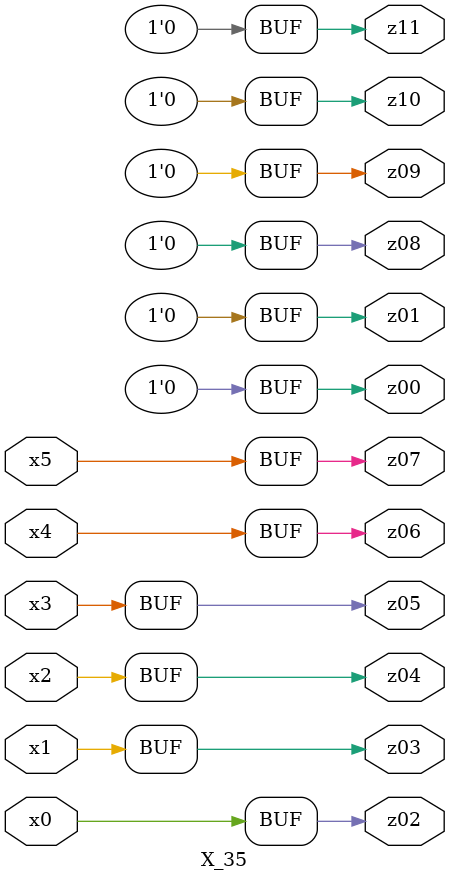
<source format=v>

module X_35 ( 
    x0, x1, x2, x3, x4, x5,
    z00, z01, z02, z03, z04, z05, z06, z07, z08, z09, z10, z11  );
  input  x0, x1, x2, x3, x4, x5;
  output z00, z01, z02, z03, z04, z05, z06, z07, z08, z09, z10, z11;
  assign z00 = 1'b0;
  assign z01 = 1'b0;
  assign z02 = x0;
  assign z03 = x1;
  assign z04 = x2;
  assign z05 = x3;
  assign z06 = x4;
  assign z07 = x5;
  assign z08 = 1'b0;
  assign z09 = 1'b0;
  assign z10 = 1'b0;
  assign z11 = 1'b0;
endmodule



</source>
